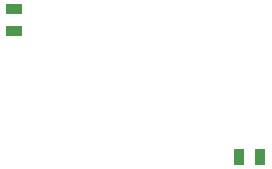
<source format=gbp>
G04 #@! TF.GenerationSoftware,KiCad,Pcbnew,5.1.4+dfsg1-1*
G04 #@! TF.CreationDate,2020-08-20T21:45:12-05:00*
G04 #@! TF.ProjectId,HotBox,486f7442-6f78-42e6-9b69-6361645f7063,rev?*
G04 #@! TF.SameCoordinates,Original*
G04 #@! TF.FileFunction,Paste,Bot*
G04 #@! TF.FilePolarity,Positive*
%FSLAX46Y46*%
G04 Gerber Fmt 4.6, Leading zero omitted, Abs format (unit mm)*
G04 Created by KiCad (PCBNEW 5.1.4+dfsg1-1) date 2020-08-20 21:45:12*
%MOMM*%
%LPD*%
G04 APERTURE LIST*
%ADD10R,1.350000X0.850000*%
%ADD11R,0.850000X1.350000*%
G04 APERTURE END LIST*
D10*
X168273000Y-96438000D03*
X168273000Y-94628000D03*
D11*
X187273000Y-107133000D03*
X189083000Y-107133000D03*
M02*

</source>
